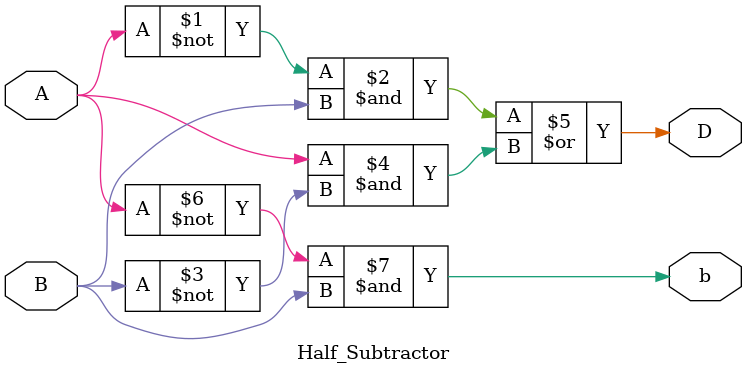
<source format=v>
`timescale 1ns / 1ps


module Half_Subtractor(

input A,B,
output b,D
    );
    
    assign D = (~A&B) | (A&~B);
    assign b = ~A&B;
    
endmodule
</source>
